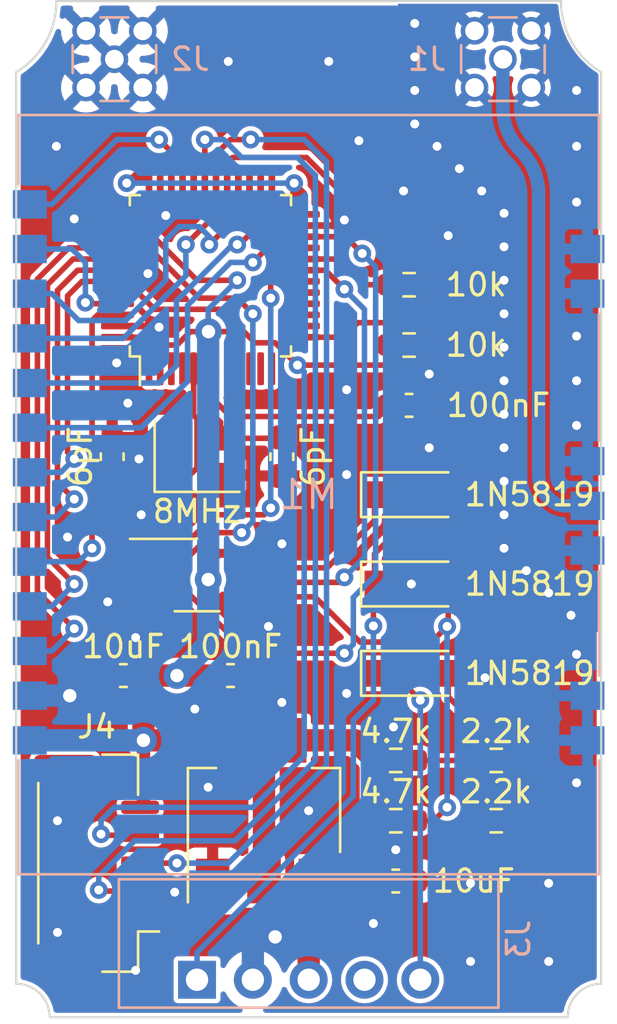
<source format=kicad_pcb>
(kicad_pcb (version 20211014) (generator pcbnew)
  (layers (0 "F.Cu" signal) (31 "B.Cu" signal) (34 "B.Paste" user) (35 "F.Paste" user) (36 "B.SilkS" user "B.Silkscreen") (37 "F.SilkS" user "F.Silkscreen") (38 "B.Mask" user) (39 "F.Mask" user) (44 "Edge.Cuts" user))
  (net 0 "")
  (net 1 "Net-(J1-Pad1)")
  (net 2 "GND")
  (net 3 "Net-(D1-Pad2)")
  (net 4 "CE_NRF2401")
  (net 5 "CS_NRF2401")
  (net 6 "CS_CC2500")
  (net 7 "CS_CYRF6936")
  (net 8 "CS_A7105")
  (net 9 "MISO")
  (net 10 "MOSI")
  (net 11 "PE1")
  (net 12 "PE2")
  (net 13 "RST_CYRF6936")
  (net 14 "SCK")
  (net 15 "+3V3")
  (net 19 "OSCIN")
  (net 20 "OSCOUT")
  (net 21 "+5V")
  (net 22 "PPM")
  (net 23 "NRST")
  (net 32 "SPORT")
  (net 33 "Net-(D2-Pad2)")
  (net 34 "Net-(D3-Pad1)")
  (net 36 "BOOT0")
  (net 37 "TX")
  (net 42 "RX")
  (net 43 "BOOT1")
  (net 44 "PPM_OUT")
  (net 45 "SERIAL_OUT")
  (net 46 "SPORT_INV_IN")
  (net 47 "SPORT_INV_IN_EN")
  (net 48 "SPORT_INV_OUT")
  (net 49 "SPORT_INV_OUT_EN")
  (footprint "Resistor_SMD:R_0603_1608Metric_Pad0.98x0.95mm_HandSolder" (layer "F.Cu") (at 52.5 40.4)
    (fp_text reference "R1")
    (fp_text value "10k")
  )
  (footprint "Capacitor_SMD:C_0603_1608Metric_Pad1.08x0.95mm_HandSolder" (layer "F.Cu") (at 52.5 43.1)
    (fp_text reference "C6")
    (fp_text value "100nF")
  )
  (footprint "Diode_SMD:D_SOD-123" (layer "F.Cu") (at 52.6 55.1)
    (fp_text reference "D1")
    (fp_text value "1N5819")
  )
  (footprint "Capacitor_SMD:C_0603_1608Metric_Pad1.08x0.95mm_HandSolder" (layer "F.Cu") (at 51.9 64.4)
    (fp_text reference "C3")
    (fp_text value "10uF")
  )
  (footprint "Capacitor_SMD:C_0603_1608Metric_Pad1.08x0.95mm_HandSolder" (layer "F.Cu") (at 39.7 55.2 180)
    (fp_text reference "C4")
    (fp_text value "10uF")
  )
  (footprint "Capacitor_SMD:C_0603_1608Metric_Pad1.08x0.95mm_HandSolder" (layer "F.Cu") (at 44.5 55.2)
    (fp_text reference "C5")
    (fp_text value "100nF")
  )
  (footprint "Resistor_SMD:R_0603_1608Metric_Pad0.98x0.95mm_HandSolder" (layer "F.Cu") (at 51.9 59)
    (fp_text reference "R3")
    (fp_text value "4.7k")
  )
  (footprint "Resistor_SMD:R_0603_1608Metric_Pad0.98x0.95mm_HandSolder" (layer "F.Cu") (at 56.4 61.7)
    (fp_text reference "R4")
    (fp_text value "2.2k")
  )
  (footprint "Diode_SMD:D_SOD-123" (layer "F.Cu") (at 52.6 51.1)
    (fp_text reference "D2")
    (fp_text value "1N5819")
  )
  (footprint "Oscillator:Oscillator_SMD_Abracon_ASE-4Pin_3.2x2.5mm" (layer "F.Cu") (at 43 45.4)
    (fp_text reference "Y1")
    (fp_text value "8MHz")
  )
  (footprint "Package_TO_SOT_SMD:SOT-223-3_TabPin2" (layer "F.Cu") (at 46 61.25 90)
    (fp_text reference "U3")
    (fp_text value "AMS1117-3.3")
  )
  (footprint "Connector_JST:JST_GH_BM05B-GHS-TBT_1x05-1MP_P1.25mm_Vertical" (layer "F.Cu") (at 38.5 63.6 90)
    (fp_text reference "J4")
    (fp_text value "Debug")
  )
  (footprint "Capacitor_SMD:C_0603_1608Metric_Pad1.08x0.95mm_HandSolder" (layer "F.Cu") (at 39.2 45.4 -90)
    (fp_text reference "C1")
    (fp_text value "6pF")
  )
  (footprint "Package_QFP:LQFP-48_7x7mm_P0.5mm" (layer "F.Cu") (at 43.6 37.3 90)
    (fp_text reference "U2")
    (fp_text value "STM32F103CBTx")
  )
  (footprint "Resistor_SMD:R_0603_1608Metric_Pad0.98x0.95mm_HandSolder" (layer "F.Cu") (at 52.5 37.7)
    (fp_text reference "R2")
    (fp_text value "10k")
  )
  (footprint "Diode_SMD:D_SOD-123" (layer "F.Cu") (at 52.6 47.1)
    (fp_text reference "D3")
    (fp_text value "1N5819")
  )
  (footprint "Package_SO:VSSOP-8_3.0x3.0mm_P0.65mm" (layer "F.Cu") (at 43 50.7)
    (fp_text reference "U1")
    (fp_text value "74LVC2G86")
  )
  (footprint "Resistor_SMD:R_0603_1608Metric_Pad0.98x0.95mm_HandSolder" (layer "F.Cu") (at 56.4 59)
    (fp_text reference "R5")
    (fp_text value "2.2k")
  )
  (footprint "Capacitor_SMD:C_0603_1608Metric_Pad1.08x0.95mm_HandSolder" (layer "F.Cu") (at 46.8 45.4 -90)
    (fp_text reference "C2")
    (fp_text value "6pF")
  )
  (footprint "Resistor_SMD:R_0603_1608Metric_Pad0.98x0.95mm_HandSolder" (layer "F.Cu") (at 51.9 61.7)
    (fp_text reference "R6")
    (fp_text value "4.7k")
  )
  (footprint "Multi:DS-B01F-A-S2" (layer "B.Cu") (at 43 68.82 -90)
    (fp_text reference "J3")
    (fp_text value "PL18")
  )
  (footprint "Connector_Coaxial:MMCX_Molex_73415-1471_Vertical" (layer "B.Cu") (at 39.3 27.6 180)
    (fp_text reference "J2")
    (fp_text value "Conn_Coaxial")
  )
  (footprint "Multi:MULTIRF4IN1-SMT" (layer "B.Cu") (at 48 47.1 180)
    (fp_text reference "M1")
    (fp_text value "MULTIRF4IN1SMT")
  )
  (footprint "Connector_Coaxial:MMCX_Molex_73415-1471_Vertical" (layer "B.Cu") (at 56.7 27.6 180)
    (fp_text reference "J1")
    (fp_text value "Conn_Coaxial")
  )
  (gr_arc (start 61.1 28.181463) (mid 59.781192 26.827683) (end 59.3 25) (layer "Edge.Cuts") (width 0.1))
  (gr_line (start 34.9 69) (end 34.9 28.181463) (layer "Edge.Cuts") (width 0.1))
  (gr_arc (start 34.9 69) (mid 35.96066 69.43934) (end 36.4 70.5) (layer "Edge.Cuts") (width 0.1))
  (gr_arc (start 36.7 25) (mid 36.218808 26.827684) (end 34.9 28.181463) (layer "Edge.Cuts") (width 0.1))
  (gr_line (start 61.1 28.181463) (end 61.1 69) (layer "Edge.Cuts") (width 0.1))
  (gr_arc (start 59.6 70.5) (mid 60.03934 69.43934) (end 61.1 69) (layer "Edge.Cuts") (width 0.1))
  (gr_line (start 59.6 70.5) (end 36.4 70.5) (layer "Edge.Cuts") (width 0.1))
  (gr_line (start 36.7 25) (end 59.3 25) (layer "Edge.Cuts") (width 0.1))
  (segment (start 58.3 46.234315) (end 58.3 33.63137) (width 0.603595) (layer "B.Cu") (net 1))
  (segment (start 60.49 47.6) (end 59.524264 47.6) (width 0.603595) (layer "B.Cu") (net 1))
  (segment (start 58.8 47.3) (end 58.7 47.2) (width 0.603595) (layer "B.Cu") (net 1))
  (segment (start 56.7 29.76863) (end 56.7 27.6) (width 0.603595) (layer "B.Cu") (net 1))
  (arc (start 58.3 33.63137) (mid 58.092087 32.58612) (end 57.5 31.7) (width 0.603595) (layer "B.Cu") (net 1))
  (arc (start 57.5 31.7) (mid 56.907913 30.81388) (end 56.7 29.76863) (width 0.603595) (layer "B.Cu") (net 1))
  (arc (start 59.524264 47.6) (mid 59.132295 47.522033) (end 58.8 47.3) (width 0.603595) (layer "B.Cu") (net 1))
  (arc (start 58.7 47.2) (mid 58.403956 46.75694) (end 58.3 46.234315) (width 0.603595) (layer "B.Cu") (net 1))
  (via (at 58.75 51.5) (size 0.8) (drill 0.4) (layers "F.Cu" "B.Cu") (net 2))
  (via (at 40.4 45.5) (size 0.8) (drill 0.4) (layers "F.Cu" "B.Cu") (net 2))
  (via (at 46.5 66.9) (size 1.2) (drill 0.6) (layers "F.Cu" "B.Cu") (net 2))
  (via (at 39 51.9) (size 0.8) (drill 0.4) (layers "F.Cu" "B.Cu") (net 2))
  (via (at 56.75 49.5) (size 0.8) (drill 0.4) (layers "F.Cu" "B.Cu") (net 2))
  (via (at 50.25 31.25) (size 0.8) (drill 0.4) (layers "F.Cu" "B.Cu") (net 2))
  (via (at 41.3 39.6) (size 0.8) (drill 0.4) (layers "F.Cu" "B.Cu") (net 2))
  (via (at 53.4 41.7) (size 0.8) (drill 0.4) (layers "F.Cu" "B.Cu") (net 2))
  (via (at 49.7 56) (size 0.8) (drill 0.4) (layers "F.Cu" "B.Cu") (net 2))
  (via (at 54.75 32.5) (size 0.8) (drill 0.4) (layers "F.Cu" "B.Cu") (net 2))
  (via (at 37.5 34.75) (size 0.8) (drill 0.4) (layers "F.Cu" "B.Cu") (net 2))
  (via (at 52.75 30.5) (size 0.8) (drill 0.4) (layers "F.Cu" "B.Cu") (net 2))
  (via (at 55.25 68) (size 0.8) (drill 0.4) (layers "F.Cu" "B.Cu") (net 2))
  (via (at 56.75 48) (size 0.8) (drill 0.4) (layers "F.Cu" "B.Cu") (net 2))
  (via (at 51.9 63) (size 0.8) (drill 0.4) (layers "F.Cu" "B.Cu") (net 2))
  (via (at 56.75 45) (size 0.8) (drill 0.4) (layers "F.Cu" "B.Cu") (net 2))
  (via (at 46.2 53) (size 0.8) (drill 0.4) (layers "F.Cu" "B.Cu") (net 2))
  (via (at 56.75 34.5) (size 0.8) (drill 0.4) (layers "F.Cu" "B.Cu") (net 2))
  (via (at 56.75 40.5) (size 0.8) (drill 0.4) (layers "F.Cu" "B.Cu") (net 2))
  (via (at 36.75 61.7) (size 0.8) (drill 0.4) (layers "F.Cu" "B.Cu") (net 2))
  (via (at 40.8 37.2) (size 0.8) (drill 0.4) (layers "F.Cu" "B.Cu") (net 2))
  (via (at 60 60) (size 0.8) (drill 0.4) (layers "F.Cu" "B.Cu") (net 2))
  (via (at 52.75 26) (size 0.8) (drill 0.4) (layers "F.Cu" "B.Cu") (net 2))
  (via (at 48 61.25) (size 0.8) (drill 0.4) (layers "F.Cu" "B.Cu") (net 2))
  (via (at 53.75 31.5) (size 0.8) (drill 0.4) (layers "F.Cu" "B.Cu") (net 2))
  (via (at 39.9 43) (size 0.8) (drill 0.4) (layers "F.Cu" "B.Cu") (net 2))
  (via (at 48.9 27.7) (size 0.8) (drill 0.4) (layers "F.Cu" "B.Cu") (net 2))
  (via (at 54.25 35.5) (size 0.8) (drill 0.4) (layers "F.Cu" "B.Cu") (net 2))
  (via (at 52.6 51.1) (size 0.8) (drill 0.4) (layers "F.Cu" "B.Cu") (net 2))
  (via (at 58.75 68) (size 0.8) (drill 0.4) (layers "F.Cu" "B.Cu") (net 2))
  (via (at 57.75 50.5) (size 0.8) (drill 0.4) (layers "F.Cu" "B.Cu") (net 2))
  (via (at 52.75 29) (size 0.8) (drill 0.4) (layers "F.Cu" "B.Cu") (net 2))
  (via (at 51.8 57.5) (size 0.8) (drill 0.4) (layers "F.Cu" "B.Cu") (net 2))
  (via (at 60 34) (size 0.8) (drill 0.4) (layers "F.Cu" "B.Cu") (net 2))
  (via (at 56.75 43.5) (size 0.8) (drill 0.4) (layers "F.Cu" "B.Cu") (net 2))
  (via (at 43.5 60.2) (size 0.8) (drill 0.4) (layers "F.Cu" "B.Cu") (net 2))
  (via (at 58.75 64.5) (size 0.8) (drill 0.4) (layers "F.Cu" "B.Cu") (net 2))
  (via (at 49.7 42.4) (size 0.8) (drill 0.4) (layers "F.Cu" "B.Cu") (net 2))
  (via (at 52.25 33.5) (size 0.8) (drill 0.4) (layers "F.Cu" "B.Cu") (net 2))
  (via (at 37.3 56.1) (size 1.2) (drill 0.6) (layers "F.Cu" "B.Cu") (net 2))
  (via (at 60 31.5) (size 0.8) (drill 0.4) (layers "F.Cu" "B.Cu") (net 2))
  (via (at 46.8 49.3) (size 0.8) (drill 0.4) (layers "F.Cu" "B.Cu") (net 2))
  (via (at 40.25 68.4) (size 0.8) (drill 0.4) (layers "F.Cu" "B.Cu") (net 2))
  (via (at 56.75 42) (size 0.8) (drill 0.4) (layers "F.Cu" "B.Cu") (net 2))
  (via (at 55.9 55.3) (size 0.8) (drill 0.4) (layers "F.Cu" "B.Cu") (net 2))
  (via (at 60 44) (size 0.8) (drill 0.4) (layers "F.Cu" "B.Cu") (net 2))
  (via (at 52.75 27.5) (size 0.8) (drill 0.4) (layers "F.Cu" "B.Cu") (net 2))
  (via (at 41.6 34.6) (size 0.8) (drill 0.4) (layers "F.Cu" "B.Cu") (net 2))
  (via (at 53.4 45) (size 0.8) (drill 0.4) (layers "F.Cu" "B.Cu") (net 2))
  (via (at 55.25 64.5) (size 0.8) (drill 0.4) (layers "F.Cu" "B.Cu") (net 2))
  (via (at 56.75 39) (size 0.8) (drill 0.4) (layers "F.Cu" "B.Cu") (net 2))
  (via (at 60 42) (size 0.8) (drill 0.4) (layers "F.Cu" "B.Cu") (net 2))
  (via (at 60 40) (size 0.8) (drill 0.4) (layers "F.Cu" "B.Cu") (net 2))
  (via (at 56.75 46.5) (size 0.8) (drill 0.4) (layers "F.Cu" "B.Cu") (net 2))
  (via (at 40.25 53.5) (size 0.8) (drill 0.4) (layers "F.Cu" "B.Cu") (net 2))
  (via (at 42.9 56.7) (size 0.8) (drill 0.4) (layers "F.Cu" "B.Cu") (net 2))
  (via (at 50.9 66.3) (size 0.8) (drill 0.4) (layers "F.Cu" "B.Cu") (net 2))
  (via (at 36.7 31.5) (size 0.8) (drill 0.4) (layers "F.Cu" "B.Cu") (net 2))
  (via (at 56.75 37.5) (size 0.8) (drill 0.4) (layers "F.Cu" "B.Cu") (net 2))
  (via (at 36.75 66.7) (size 0.8) (drill 0.4) (layers "F.Cu" "B.Cu") (net 2))
  (via (at 49.6 34.8) (size 0.8) (drill 0.4) (layers "F.Cu" "B.Cu") (net 2))
  (via (at 60 29) (size 0.8) (drill 0.4) (layers "F.Cu" "B.Cu") (net 2))
  (via (at 37.2 49) (size 0.8) (drill 0.4) (layers "F.Cu" "B.Cu") (net 2))
  (via (at 44.4 27.7) (size 0.8) (drill 0.4) (layers "F.Cu" "B.Cu") (net 2))
  (via (at 39.4 41.2) (size 0.8) (drill 0.4) (layers "F.Cu" "B.Cu") (net 2))
  (via (at 40.5 48) (size 0.8) (drill 0.4) (layers "F.Cu" "B.Cu") (net 2))
  (via (at 60 54.25) (size 0.8) (drill 0.4) (layers "F.Cu" "B.Cu") (net 2))
  (via (at 49.7 46.2) (size 0.8) (drill 0.4) (layers "F.Cu" "B.Cu") (net 2))
  (via (at 46.8 56.4) (size 0.8) (drill 0.4) (layers "F.Cu" "B.Cu") (net 2))
  (via (at 55.75 33.5) (size 0.8) (drill 0.4) (layers "F.Cu" "B.Cu") (net 2))
  (via (at 56.75 36) (size 0.8) (drill 0.4) (layers "F.Cu" "B.Cu") (net 2))
  (via (at 42 64.9) (size 0.8) (drill 0.4) (layers "F.Cu" "B.Cu") (net 2))
  (via (at 59.75 52.5) (size 0.8) (drill 0.4) (layers "F.Cu" "B.Cu") (net 2))
  (segment (start 45.5 68.82) (end 45.5 66.9) (width 1) (layer "B.Cu") (net 2))
  (segment (start 45.5 66.9) (end 46.5 66.9) (width 1) (layer "B.Cu") (net 2))
  (segment (start 35.51 56.1) (end 37.3 56.1) (width 1) (layer "B.Cu") (net 2))
  (segment (start 54.25 55.1) (end 54.25 56.15) (width 0.25) (layer "F.Cu") (net 3))
  (segment (start 55.4875 59) (end 55.4875 61.7) (width 0.25) (layer "F.Cu") (net 3))
  (segment (start 55.4875 57.3875) (end 55.4875 59) (width 0.25) (layer "F.Cu") (net 3))
  (segment (start 54.25 56.15) (end 55.4875 57.3875) (width 0.25) (layer "F.Cu") (net 3))
  (segment (start 55.4875 59) (end 52.8125 59) (width 0.25) (layer "F.Cu") (net 3))
  (segment (start 41.3 31.2) (end 41.85 31.75) (width 0.25) (layer "F.Cu") (net 4))
  (segment (start 41.85 31.75) (end 41.85 33.1375) (width 0.25) (layer "F.Cu") (net 4))
  (via (at 41.3 31.2) (size 0.8) (drill 0.4) (layers "F.Cu" "B.Cu") (net 4))
  (segment (start 41.3 31.2) (end 39.4 31.2) (width 0.25) (layer "B.Cu") (net 4))
  (segment (start 36.5 34.1) (end 35.51 34.1) (width 0.25) (layer "B.Cu") (net 4))
  (segment (start 39.4 31.2) (end 36.5 34.1) (width 0.25) (layer "B.Cu") (net 4))
  (segment (start 37.2 38.2) (end 37.85 37.55) (width 0.25) (layer "F.Cu") (net 5))
  (segment (start 37.2 45.2) (end 37.2 38.2) (width 0.25) (layer "F.Cu") (net 5))
  (segment (start 37.5 45.5) (end 37.2 45.2) (width 0.25) (layer "F.Cu") (net 5))
  (segment (start 37.85 37.55) (end 39.4375 37.55) (width 0.25) (layer "F.Cu") (net 5))
  (via (at 37.5 45.5) (size 0.8) (drill 0.4) (layers "F.Cu" "B.Cu") (net 5))
  (segment (start 35.51 46.1) (end 36.9 46.1) (width 0.25) (layer "B.Cu") (net 5))
  (segment (start 37.5 45.5) (end 36.9 46.1) (width 0.25) (layer "B.Cu") (net 5))
  (segment (start 37.65 37.05) (end 39.4375 37.05) (width 0.25) (layer "F.Cu") (net 6))
  (segment (start 37.5 47.3) (end 36.75 46.55) (width 0.25) (layer "F.Cu") (net 6))
  (segment (start 36.75 46.55) (end 36.75 37.95) (width 0.25) (layer "F.Cu") (net 6))
  (segment (start 36.75 37.95) (end 37.65 37.05) (width 0.25) (layer "F.Cu") (net 6))
  (via (at 37.5 47.3) (size 0.8) (drill 0.4) (layers "F.Cu" "B.Cu") (net 6))
  (segment (start 35.51 48.1) (end 36.7 48.1) (width 0.25) (layer "B.Cu") (net 6))
  (segment (start 37.5 47.3) (end 36.7 48.1) (width 0.25) (layer "B.Cu") (net 6))
  (segment (start 46.35 35.85) (end 46.35 33.1375) (width 0.25) (layer "F.Cu") (net 7))
  (segment (start 45.5 36.7) (end 46.35 35.85) (width 0.25) (layer "F.Cu") (net 7))
  (via (at 45.5 36.7) (size 0.8) (drill 0.4) (layers "F.Cu" "B.Cu") (net 7))
  (segment (start 42.575 42.025) (end 40.5 44.1) (width 0.25) (layer "B.Cu") (net 7))
  (segment (start 44.5 36.7) (end 42.575 38.625) (width 0.25) (layer "B.Cu") (net 7))
  (segment (start 42.575 38.625) (end 42.575 42.025) (width 0.25) (layer "B.Cu") (net 7))
  (segment (start 35.51 44.1) (end 40.5 44.1) (width 0.25) (layer "B.Cu") (net 7))
  (segment (start 45.5 36.7) (end 44.5 36.7) (width 0.25) (layer "B.Cu") (net 7))
  (segment (start 38.55 39.05) (end 39.4375 39.05) (width 0.25) (layer "F.Cu") (net 8))
  (segment (start 38.3 49.5) (end 38.3 39.3) (width 0.25) (layer "F.Cu") (net 8))
  (segment (start 38.3 39.3) (end 38.55 39.05) (width 0.25) (layer "F.Cu") (net 8))
  (via (at 38.3 49.5) (size 0.8) (drill 0.4) (layers "F.Cu" "B.Cu") (net 8))
  (segment (start 38.3 49.5) (end 37.7 50.1) (width 0.25) (layer "B.Cu") (net 8))
  (segment (start 35.51 50.1) (end 37.7 50.1) (width 0.25) (layer "B.Cu") (net 8))
  (segment (start 43.55 35.9) (end 44.35 35.1) (width 0.25) (layer "F.Cu") (net 9))
  (segment (start 45.35 34.55) (end 45.35 33.1375) (width 0.25) (layer "F.Cu") (net 9))
  (segment (start 44.8 35.1) (end 45.35 34.55) (width 0.25) (layer "F.Cu") (net 9))
  (segment (start 44.35 35.1) (end 44.8 35.1) (width 0.25) (layer "F.Cu") (net 9))
  (via (at 43.55 35.9) (size 0.8) (drill 0.4) (layers "F.Cu" "B.Cu") (net 9))
  (segment (start 41.6 37.5) (end 39.8 39.3) (width 0.25) (layer "B.Cu") (net 9))
  (segment (start 43.55 35.9) (end 43.55 35.55) (width 0.25) (layer "B.Cu") (net 9))
  (segment (start 39.8 39.3) (end 37.7 39.3) (width 0.25) (layer "B.Cu") (net 9))
  (segment (start 37.7 39.3) (end 36.5 38.1) (width 0.25) (layer "B.Cu") (net 9))
  (segment (start 43.55 35.55) (end 43.1 35.1) (width 0.25) (layer "B.Cu") (net 9))
  (segment (start 43.1 35.1) (end 42.2 35.1) (width 0.25) (layer "B.Cu") (net 9))
  (segment (start 42.2 35.1) (end 41.6 35.7) (width 0.25) (layer "B.Cu") (net 9))
  (segment (start 41.6 35.7) (end 41.6 37.5) (width 0.25) (layer "B.Cu") (net 9))
  (segment (start 36.5 38.1) (end 35.51 38.1) (width 0.25) (layer "B.Cu") (net 9))
  (segment (start 43.8 34.6) (end 44.45 34.6) (width 0.25) (layer "F.Cu") (net 10))
  (segment (start 42.5 35.9) (end 43.8 34.6) (width 0.25) (layer "F.Cu") (net 10))
  (segment (start 44.45 34.6) (end 44.85 34.2) (width 0.25) (layer "F.Cu") (net 10))
  (segment (start 44.85 34.2) (end 44.85 33.1375) (width 0.25) (layer "F.Cu") (net 10))
  (via (at 42.5 35.9) (size 0.8) (drill 0.4) (layers "F.Cu" "B.Cu") (net 10))
  (segment (start 42.5 35.9) (end 42.5 37.3) (width 0.25) (layer "B.Cu") (net 10))
  (segment (start 39.7 40.1) (end 35.51 40.1) (width 0.25) (layer "B.Cu") (net 10))
  (segment (start 42.5 37.3) (end 39.7 40.1) (width 0.25) (layer "B.Cu") (net 10))
  (segment (start 37.5 53.1) (end 35.85 51.45) (width 0.25) (layer "F.Cu") (net 11))
  (segment (start 37.25 36.05) (end 39.4375 36.05) (width 0.25) (layer "F.Cu") (net 11))
  (segment (start 35.85 37.45) (end 37.25 36.05) (width 0.25) (layer "F.Cu") (net 11))
  (segment (start 35.85 51.45) (end 35.85 37.45) (width 0.25) (layer "F.Cu") (net 11))
  (via (at 37.5 53.1) (size 0.8) (drill 0.4) (layers "F.Cu" "B.Cu") (net 11))
  (segment (start 37.5 53.1) (end 36.5 54.1) (width 0.25) (layer "B.Cu") (net 11))
  (segment (start 35.51 54.1) (end 36.5 54.1) (width 0.25) (layer "B.Cu") (net 11))
  (segment (start 37.5 51.1) (end 36.3 49.9) (width 0.25) (layer "F.Cu") (net 12))
  (segment (start 37.45 36.55) (end 39.4375 36.55) (width 0.25) (layer "F.Cu") (net 12))
  (segment (start 36.3 37.7) (end 37.45 36.55) (width 0.25) (layer "F.Cu") (net 12))
  (segment (start 36.3 49.9) (end 36.3 37.7) (width 0.25) (layer "F.Cu") (net 12))
  (via (at 37.5 51.1) (size 0.8) (drill 0.4) (layers "F.Cu" "B.Cu") (net 12))
  (segment (start 35.51 52.1) (end 36.5 52.1) (width 0.25) (layer "B.Cu") (net 12))
  (segment (start 37.5 51.1) (end 36.5 52.1) (width 0.25) (layer "B.Cu") (net 12))
  (segment (start 38.05 38.55) (end 39.4375 38.55) (width 0.25) (layer "F.Cu") (net 13))
  (segment (start 38 38.5) (end 38.05 38.55) (width 0.25) (layer "F.Cu") (net 13))
  (via (at 38 38.5) (size 0.8) (drill 0.4) (layers "F.Cu" "B.Cu") (net 13))
  (segment (start 37.4 36.1) (end 35.51 36.1) (width 0.25) (layer "B.Cu") (net 13))
  (segment (start 38 38.5) (end 38 36.7) (width 0.25) (layer "B.Cu") (net 13))
  (segment (start 38 36.7) (end 37.4 36.1) (width 0.25) (layer "B.Cu") (net 13))
  (segment (start 44.9 35.9) (end 45.85 34.95) (width 0.25) (layer "F.Cu") (net 14))
  (segment (start 45.85 34.95) (end 45.85 33.1375) (width 0.25) (layer "F.Cu") (net 14))
  (segment (start 44.8 35.9) (end 44.9 35.9) (width 0.25) (layer "F.Cu") (net 14))
  (via (at 44.8 35.9) (size 0.8) (drill 0.4) (layers "F.Cu" "B.Cu") (net 14))
  (segment (start 42.075 38.425) (end 42.075 41.325) (width 0.25) (layer "B.Cu") (net 14))
  (segment (start 41.3 42.1) (end 35.51 42.1) (width 0.25) (layer "B.Cu") (net 14))
  (segment (start 42.075 41.325) (end 41.3 42.1) (width 0.25) (layer "B.Cu") (net 14))
  (segment (start 44.6 35.9) (end 42.075 38.425) (width 0.25) (layer "B.Cu") (net 14))
  (segment (start 44.8 35.9) (end 44.6 35.9) (width 0.25) (layer "B.Cu") (net 14))
  (segment (start 44.85 40.25) (end 44.85 41.4625) (width 0.25) (layer "F.Cu") (net 15))
  (segment (start 47.8 33.7) (end 47.8 34.4) (width 0.25) (layer "F.Cu") (net 15))
  (segment (start 43.511998 39.7995) (end 44.3995 39.7995) (width 0.25) (layer "F.Cu") (net 15))
  (segment (start 40.6 58.1) (end 40.6 55.2375) (width 1) (layer "F.Cu") (net 15))
  (segment (start 40.85 35.35) (end 40.85 33.1375) (width 0.25) (layer "F.Cu") (net 15))
  (segment (start 40.1 32.9) (end 40.7 32.9) (width 0.25) (layer "F.Cu") (net 15))
  (segment (start 40.5625 58.0375) (end 40.5 58.1) (width 1) (layer "F.Cu") (net 15))
  (segment (start 40.6 55.2375) (end 40.5625 55.2) (width 1) (layer "F.Cu") (net 15))
  (segment (start 46 58.1) (end 50.0875 58.1) (width 1) (layer "F.Cu") (net 15))
  (segment (start 40.85 33.1375) (end 39.8625 33.1375) (width 0.25) (layer "F.Cu") (net 15))
  (segment (start 42.1 40.4) (end 42.7005 39.7995) (width 0.25) (layer "F.Cu") (net 15))
  (segment (start 46 58.1) (end 46 64.4) (width 1) (layer "F.Cu") (net 15))
  (segment (start 50.9875 59) (end 50.9875 61.7) (width 1) (layer "F.Cu") (net 15))
  (segment (start 39.85 33.15) (end 40.3 32.7) (width 0.25) (layer "F.Cu") (net 15))
  (segment (start 40.6 58.1) (end 40.6 60.95) (width 0.6) (layer "F.Cu") (net 15))
  (segment (start 47.35 33.15) (end 47.6 33.4) (width 0.25) (layer "F.Cu") (net 15))
  (segment (start 40.45 40.05) (end 39.4375 40.05) (width 0.25) (layer "F.Cu") (net 15))
  (segment (start 44.3995 39.7995) (end 44.85 40.25) (width 0.25) (layer "F.Cu") (net 15))
  (segment (start 40.3 32.7) (end 40.7 32.7) (width 0.25) (layer "F.Cu") (net 15))
  (segment (start 43.975 49.725) (end 45.2 49.725) (width 0.4) (layer "F.Cu") (net 15))
  (segment (start 47.5 33.5) (end 47.5 34.4) (width 0.25) (layer "F.Cu") (net 15))
  (segment (start 39.8625 33.1375) (end 39.85 33.15) (width 0.25) (layer "F.Cu") (net 15))
  (segment (start 42.7005 39.7995) (end 43.511998 39.7995) (width 0.25) (layer "F.Cu") (net 15))
  (segment (start 47.35 33.15) (end 47.8 33.6) (width 0.25) (layer "F.Cu") (net 15))
  (segment (start 40.85 40.45) (end 40.9 40.4) (width 0.25) (layer "F.Cu") (net 15))
  (segment (start 47.3 33.2) (end 47.3 34.4) (width 0.25) (layer "F.Cu") (net 15))
  (segment (start 43.5 50.2) (end 43.975 49.725) (width 0.4) (layer "F.Cu") (net 15))
  (segment (start 40.6 60.95) (end 40.45 61.1) (width 0.6) (layer "F.Cu") (net 15))
  (segment (start 47.8 33.6) (end 47.8 33.7) (width 0.25) (layer "F.Cu") (net 15))
  (segment (start 40.5 58.1) (end 40.6 58.1) (width 1) (layer "F.Cu") (net 15))
  (segment (start 47.35 33.15) (end 47.3 33.2) (width 0.25) (layer "F.Cu") (net 15))
  (segment (start 40.5625 55.2) (end 43.6375 55.2) (width 1) (layer "F.Cu") (net 15))
  (segment (start 47.6 33.4) (end 47.6 34.3875) (width 0.25) (layer "F.Cu") (net 15))
  (segment (start 40.85 41.4625) (end 40.85 40.45) (width 0.25) (layer "F.Cu") (net 15))
  (segment (start 47.5 33.3) (end 47.5 33.5) (width 0.25) (layer "F.Cu") (net 15))
  (segment (start 40.5 58.1) (end 46 58.1) (width 1) (layer "F.Cu") (net 15))
  (segment (start 39.85 33.15) (end 40.1 32.9) (width 0.25) (layer "F.Cu") (net 15))
  (segment (start 40.9 40.4) (end 42.1 40.4) (width 0.25) (layer "F.Cu") (net 15))
  (segment (start 43.5 50.9) (end 43.5 50.2) (width 0.4) (layer "F.Cu") (net 15))
  (segment (start 43 37.5) (end 40.85 35.35) (width 0.25) (layer "F.Cu") (net 15))
  (segment (start 47.35 33.15) (end 47.5 33.3) (width 0.25) (layer "F.Cu") (net 15))
  (segment (start 40.45 40.05) (end 40.85 40.45) (width 0.25) (layer "F.Cu") (net 15))
  (segment (start 44.8 37.5) (end 43 37.5) (width 0.25) (layer "F.Cu") (net 15))
  (segment (start 47.6 34.3875) (end 47.7625 34.55) (width 0.25) (layer "F.Cu") (net 15))
  (segment (start 50.0875 58.1) (end 50.9875 59) (width 1) (layer "F.Cu") (net 15))
  (via (at 43.5 50.9) (size 1.2) (drill 0.6) (layers "F.Cu" "B.Cu") (net 15))
  (via (at 40.6 58.1) (size 1.2) (drill 0.6) (layers "F.Cu" "B.Cu") (net 15))
  (via (at 47.35 33.15) (size 0.8) (drill 0.4) (layers "F.Cu" "B.Cu") (net 15))
  (via (at 43.511998 39.7995) (size 1.2) (drill 0.6) (layers "F.Cu" "B.Cu") (net 15))
  (via (at 39.85 33.15) (size 0.8) (drill 0.4) (layers "F.Cu" "B.Cu") (net 15))
  (via (at 44.8 37.5) (size 0.8) (drill 0.4) (layers "F.Cu" "B.Cu") (net 15))
  (via (at 42.1 55.2) (size 1.2) (drill 0.6) (layers "F.Cu" "B.Cu") (net 15))
  (segment (start 43.5 39.811498) (end 43.5 50.9) (width 1) (layer "B.Cu") (net 15))
  (segment (start 43.511998 39.7995) (end 43.5 39.811498) (width 1) (layer "B.Cu") (net 15))
  (segment (start 42.1 55.2) (end 43.5 53.8) (width 1) (layer "B.Cu") (net 15))
  (segment (start 43.5 39.787502) (end 43.511998 39.7995) (width 1) (layer "B.Cu") (net 15))
  (segment (start 39.85 33.15) (end 47.35 33.15) (width 0.25) (layer "B.Cu") (net 15))
  (segment (start 43.5 53.8) (end 43.5 50.9) (width 1) (layer "B.Cu") (net 15))
  (segment (start 44.8 37.5) (end 43.5 38.8) (width 0.25) (layer "B.Cu") (net 15))
  (segment (start 40.6 58.1) (end 35.51 58.1) (width 1) (layer "B.Cu") (net 15))
  (segment (start 43.5 38.8) (end 43.5 39.787502) (width 0.25) (layer "B.Cu") (net 15))
  (segment (start 42.675 46.225) (end 41.95 46.225) (width 0.25) (layer "F.Cu") (net 19))
  (segment (start 39.2375 46.225) (end 39.2 46.2625) (width 0.25) (layer "F.Cu") (net 19))
  (segment (start 43 45.9) (end 42.675 46.225) (width 0.25) (layer "F.Cu") (net 19))
  (segment (start 42.85 43.55) (end 43 43.7) (width 0.25) (layer "F.Cu") (net 19))
  (segment (start 43 43.7) (end 43 45.9) (width 0.25) (layer "F.Cu") (net 19))
  (segment (start 41.95 46.225) (end 39.2375 46.225) (width 0.25) (layer "F.Cu") (net 19))
  (segment (start 42.85 41.4625) (end 42.85 43.55) (width 0.25) (layer "F.Cu") (net 19))
  (segment (start 46.7625 44.575) (end 44.05 44.575) (width 0.25) (layer "F.Cu") (net 20))
  (segment (start 44.05 43.85) (end 44.05 44.575) (width 0.25) (layer "F.Cu") (net 20))
  (segment (start 46.8 44.5375) (end 46.7625 44.575) (width 0.25) (layer "F.Cu") (net 20))
  (segment (start 43.35 41.4625) (end 43.35 43.15) (width 0.25) (layer "F.Cu") (net 20))
  (segment (start 43.35 43.15) (end 44.05 43.85) (width 0.25) (layer "F.Cu") (net 20))
  (segment (start 48.3 64.4) (end 51.0375 64.4) (width 1) (layer "F.Cu") (net 21))
  (segment (start 48 67.5) (end 48 68.82) (width 1) (layer "F.Cu") (net 21))
  (segment (start 48.3 64.4) (end 48.3 67.2) (width 1) (layer "F.Cu") (net 21))
  (segment (start 48.3 67.2) (end 48 67.5) (width 1) (layer "F.Cu") (net 21))
  (segment (start 51.8 55.1) (end 50.95 55.1) (width 0.25) (layer "F.Cu") (net 22))
  (segment (start 53 56.3) (end 51.8 55.1) (width 0.25) (layer "F.Cu") (net 22))
  (via (at 53 56.3) (size 0.8) (drill 0.4) (layers "F.Cu" "B.Cu") (net 22))
  (segment (start 53 56.3) (end 53 68.82) (width 0.25) (layer "B.Cu") (net 22))
  (segment (start 43.85 42.95) (end 44.5 43.6) (width 0.25) (layer "F.Cu") (net 23))
  (segment (start 44.5 43.6) (end 51.1375 43.6) (width 0.25) (layer "F.Cu") (net 23))
  (segment (start 43.85 41.4625) (end 43.85 42.95) (width 0.25) (layer "F.Cu") (net 23))
  (segment (start 51.1375 43.6) (end 51.6375 43.1) (width 0.25) (layer "F.Cu") (net 23))
  (segment (start 50.95 49.75) (end 51.7 49) (width 0.25) (layer "F.Cu") (net 32))
  (segment (start 50.9 51.15) (end 50.95 51.1) (width 0.25) (layer "F.Cu") (net 32))
  (segment (start 54.25 48.25) (end 54.25 47.1) (width 0.25) (layer "F.Cu") (net 32))
  (segment (start 51.7 49) (end 53.5 49) (width 0.25) (layer "F.Cu") (net 32))
  (segment (start 50.9 52.9755) (end 50.9 51.15) (width 0.25) (layer "F.Cu") (net 32))
  (segment (start 53.5 49) (end 54.25 48.25) (width 0.25) (layer "F.Cu") (net 32))
  (segment (start 50.95 51.1) (end 50.95 49.75) (width 0.25) (layer "F.Cu") (net 32))
  (via (at 50.9 52.9755) (size 0.8) (drill 0.4) (layers "F.Cu" "B.Cu") (net 32))
  (segment (start 50 57.2) (end 50 60.6) (width 0.25) (layer "B.Cu") (net 32))
  (segment (start 50.9 56.3) (end 50 57.2) (width 0.25) (layer "B.Cu") (net 32))
  (segment (start 43 67.6) (end 43 68.82) (width 0.25) (layer "B.Cu") (net 32))
  (segment (start 50.9 52.9755) (end 50.9 56.3) (width 0.25) (layer "B.Cu") (net 32))
  (segment (start 50 60.6) (end 43 67.6) (width 0.25) (layer "B.Cu") (net 32))
  (segment (start 50.3 53.7) (end 48.275 51.675) (width 0.25) (layer "F.Cu") (net 33))
  (segment (start 48.275 51.675) (end 45.2 51.675) (width 0.25) (layer "F.Cu") (net 33))
  (segment (start 54.2 53) (end 54.25 52.95) (width 0.25) (layer "F.Cu") (net 33))
  (segment (start 54.2 53) (end 53.5 53.7) (width 0.25) (layer "F.Cu") (net 33))
  (segment (start 53.6 61.7) (end 52.8125 61.7) (width 0.25) (layer "F.Cu") (net 33))
  (segment (start 54.25 52.95) (end 54.25 51.1) (width 0.25) (layer "F.Cu") (net 33))
  (segment (start 53.5 53.7) (end 50.3 53.7) (width 0.25) (layer "F.Cu") (net 33))
  (segment (start 54.2 61.1) (end 53.6 61.7) (width 0.25) (layer "F.Cu") (net 33))
  (via (at 54.2 53) (size 0.8) (drill 0.4) (layers "F.Cu" "B.Cu") (net 33))
  (via (at 54.2 61.1) (size 0.8) (drill 0.4) (layers "F.Cu" "B.Cu") (net 33))
  (segment (start 54.2 61.1) (end 54.2 53) (width 0.25) (layer "B.Cu") (net 33))
  (segment (start 48.825 50.375) (end 45.2 50.375) (width 0.25) (layer "F.Cu") (net 34))
  (segment (start 50.95 47.1) (end 50.95 48.25) (width 0.25) (layer "F.Cu") (net 34))
  (segment (start 50.95 48.25) (end 48.825 50.375) (width 0.25) (layer "F.Cu") (net 34))
  (segment (start 45.6 40.3) (end 44.1 38.8) (width 0.25) (layer "F.Cu") (net 36))
  (segment (start 51.6 40.4125) (end 51.5875 40.4) (width 0.25) (layer "F.Cu") (net 36))
  (segment (start 51.6 41.05) (end 51.6 40.4125) (width 0.25) (layer "F.Cu") (net 36))
  (segment (start 47.5 41.3) (end 51.35 41.3) (width 0.25) (layer "F.Cu") (net 36))
  (segment (start 47.5 41.3) (end 46.5 40.3) (width 0.25) (layer "F.Cu") (net 36))
  (segment (start 46.5 40.3) (end 45.6 40.3) (width 0.25) (layer "F.Cu") (net 36))
  (segment (start 38.7 62.3) (end 38.75 62.35) (width 0.25) (layer "F.Cu") (net 36))
  (segment (start 51.35 41.3) (end 51.6 41.05) (width 0.25) (layer "F.Cu") (net 36))
  (segment (start 44.1 38.8) (end 41.1 38.8) (width 0.25) (layer "F.Cu") (net 36))
  (segment (start 38.75 62.35) (end 40.45 62.35) (width 0.25) (layer "F.Cu") (net 36))
  (segment (start 40.35 38.05) (end 39.4375 38.05) (width 0.25) (layer "F.Cu") (net 36))
  (segment (start 41.1 38.8) (end 40.35 38.05) (width 0.25) (layer "F.Cu") (net 36))
  (via (at 38.7 62.3) (size 0.8) (drill 0.4) (layers "F.Cu" "B.Cu") (net 36))
  (via (at 47.5 41.3) (size 0.8) (drill 0.4) (layers "F.Cu" "B.Cu") (net 36))
  (segment (start 38.7 62.3) (end 38.7 61.7) (width 0.25) (layer "B.Cu") (net 36))
  (segment (start 47.8 58.8) (end 47.8 41.6) (width 0.25) (layer "B.Cu") (net 36))
  (segment (start 38.7 61.7) (end 39.3 61.1) (width 0.25) (layer "B.Cu") (net 36))
  (segment (start 45.5 61.1) (end 47.8 58.8) (width 0.25) (layer "B.Cu") (net 36))
  (segment (start 47.8 41.6) (end 47.5 41.3) (width 0.25) (layer "B.Cu") (net 36))
  (segment (start 39.3 61.1) (end 45.5 61.1) (width 0.25) (layer "B.Cu") (net 36))
  (segment (start 45.4 31.2) (end 44.5 31.2) (width 0.25) (layer "F.Cu") (net 37))
  (segment (start 43.85 31.85) (end 43.85 33.1375) (width 0.25) (layer "F.Cu") (net 37))
  (segment (start 44.5 31.2) (end 43.85 31.85) (width 0.25) (layer "F.Cu") (net 37))
  (segment (start 42.1 63.6) (end 40.45 63.6) (width 0.25) (layer "F.Cu") (net 37))
  (via (at 45.4 31.2) (size 0.8) (drill 0.4) (layers "F.Cu" "B.Cu") (net 37))
  (via (at 42.1 63.6) (size 0.8) (drill 0.4) (layers "F.Cu" "B.Cu") (net 37))
  (segment (start 48.8 32.2) (end 47.8 31.2) (width 0.25) (layer "B.Cu") (net 37))
  (segment (start 42.1 63.6) (end 44.4 63.6) (width 0.25) (layer "B.Cu") (net 37))
  (segment (start 47.8 31.2) (end 45.4 31.2) (width 0.25) (layer "B.Cu") (net 37))
  (segment (start 44.4 63.6) (end 48.8 59.2) (width 0.25) (layer "B.Cu") (net 37))
  (segment (start 48.8 59.2) (end 48.8 32.2) (width 0.25) (layer "B.Cu") (net 37))
  (segment (start 43.35 31.2) (end 43.35 33.1375) (width 0.25) (layer "F.Cu") (net 42))
  (segment (start 38.65 64.85) (end 40.45 64.85) (width 0.25) (layer "F.Cu") (net 42))
  (segment (start 38.6 64.8) (end 38.65 64.85) (width 0.25) (layer "F.Cu") (net 42))
  (via (at 38.6 64.8) (size 0.8) (drill 0.4) (layers "F.Cu" "B.Cu") (net 42))
  (via (at 43.35 31.2) (size 0.8) (drill 0.4) (layers "F.Cu" "B.Cu") (net 42))
  (segment (start 48.3 32.8) (end 47.5 32) (width 0.25) (layer "B.Cu") (net 42))
  (segment (start 40.2 62.6) (end 44.7 62.6) (width 0.25) (layer "B.Cu") (net 42))
  (segment (start 44.2 31.2) (end 43.35 31.2) (width 0.25) (layer "B.Cu") (net 42))
  (segment (start 38.6 64.8) (end 38.6 64.2) (width 0.25) (layer "B.Cu") (net 42))
  (segment (start 38.6 64.2) (end 40.2 62.6) (width 0.25) (layer "B.Cu") (net 42))
  (segment (start 44.7 62.6) (end 48.3 59) (width 0.25) (layer "B.Cu") (net 42))
  (segment (start 47.5 32) (end 45 32) (width 0.25) (layer "B.Cu") (net 42))
  (segment (start 48.3 59) (end 48.3 32.8) (width 0.25) (layer "B.Cu") (net 42))
  (segment (start 45 32) (end 44.2 31.2) (width 0.25) (layer "B.Cu") (net 42))
  (segment (start 47.7625 36.55) (end 49.45 36.55) (width 0.25) (layer "F.Cu") (net 43))
  (segment (start 49.45 36.55) (end 50.6 37.7) (width 0.25) (layer "F.Cu") (net 43))
  (segment (start 50.6 37.7) (end 51.5875 37.7) (width 0.25) (layer "F.Cu") (net 43))
  (segment (start 52.9 38.9) (end 54.9 38.9) (width 0.25) (layer "F.Cu") (net 44))
  (segment (start 47.9 32) (end 52.5 36.6) (width 0.25) (layer "F.Cu") (net 44))
  (segment (start 52.5 36.6) (end 52.5 38.5) (width 0.25) (layer "F.Cu") (net 44))
  (segment (start 57.9 61.7) (end 57.3125 61.7) (width 0.25) (layer "F.Cu") (net 44))
  (segment (start 58.2 54.9) (end 58.2 61.4) (width 0.25) (layer "F.Cu") (net 44))
  (segment (start 54.9 38.9) (end 55.7 39.7) (width 0.25) (layer "F.Cu") (net 44))
  (segment (start 44.35 33.1375) (end 44.35 32.25) (width 0.25) (layer "F.Cu") (net 44))
  (segment (start 55.7 39.7) (end 55.7 52.4) (width 0.25) (layer "F.Cu") (net 44))
  (segment (start 58.2 61.4) (end 57.9 61.7) (width 0.25) (layer "F.Cu") (net 44))
  (segment (start 44.6 32) (end 47.9 32) (width 0.25) (layer "F.Cu") (net 44))
  (segment (start 44.35 32.25) (end 44.6 32) (width 0.25) (layer "F.Cu") (net 44))
  (segment (start 55.7 52.4) (end 58.2 54.9) (width 0.25) (layer "F.Cu") (net 44))
  (segment (start 52.5 38.5) (end 52.9 38.9) (width 0.25) (layer "F.Cu") (net 44))
  (segment (start 54.7 39.4) (end 50.2 39.4) (width 0.25) (layer "F.Cu") (net 45))
  (segment (start 50.2 39.4) (end 49.55 40.05) (width 0.25) (layer "F.Cu") (net 45))
  (segment (start 49.55 40.05) (end 47.7625 40.05) (width 0.25) (layer "F.Cu") (net 45))
  (segment (start 57.3125 54.7125) (end 55.2 52.6) (width 0.25) (layer "F.Cu") (net 45))
  (segment (start 55.2 52.6) (end 55.2 39.9) (width 0.25) (layer "F.Cu") (net 45))
  (segment (start 57.3125 59) (end 57.3125 54.7125) (width 0.25) (layer "F.Cu") (net 45))
  (segment (start 55.2 39.9) (end 54.7 39.4) (width 0.25) (layer "F.Cu") (net 45))
  (segment (start 46 48) (end 43.8 48) (width 0.25) (layer "F.Cu") (net 46))
  (segment (start 47.7625 36.05) (end 46.95 36.05) (width 0.25) (layer "F.Cu") (net 46))
  (segment (start 43.8 48) (end 42.075 49.725) (width 0.25) (layer "F.Cu") (net 46))
  (segment (start 46.3 36.7) (end 46.3 38.3) (width 0.25) (layer "F.Cu") (net 46))
  (segment (start 46.3 47.7) (end 46 48) (width 0.25) (layer "F.Cu") (net 46))
  (segment (start 42.075 49.725) (end 40.8 49.725) (width 0.25) (layer "F.Cu") (net 46))
  (segment (start 46.95 36.05) (end 46.3 36.7) (width 0.25) (layer "F.Cu") (net 46))
  (via (at 46.3 47.7) (size 0.8) (drill 0.4) (layers "F.Cu" "B.Cu") (net 46))
  (via (at 46.3 38.3) (size 0.8) (drill 0.4) (layers "F.Cu" "B.Cu") (net 46))
  (segment (start 46.3 47.7) (end 46.3 38.3) (width 0.25) (layer "B.Cu") (net 46))
  (segment (start 43.1 38.3) (end 40.35 35.55) (width 0.25) (layer "F.Cu") (net 47))
  (segment (start 44.8 38.3) (end 43.1 38.3) (width 0.25) (layer "F.Cu") (net 47))
  (segment (start 45 48.8) (end 43.7 48.8) (width 0.25) (layer "F.Cu") (net 47))
  (segment (start 42.125 50.375) (end 40.8 50.375) (width 0.25) (layer "F.Cu") (net 47))
  (segment (start 40.35 35.55) (end 39.4375 35.55) (width 0.25) (layer "F.Cu") (net 47))
  (segment (start 45.5 39) (end 44.8 38.3) (width 0.25) (layer "F.Cu") (net 47))
  (segment (start 43.7 48.8) (end 42.125 50.375) (width 0.25) (layer "F.Cu") (net 47))
  (via (at 45 48.8) (size 0.8) (drill 0.4) (layers "F.Cu" "B.Cu") (net 47))
  (via (at 45.5 39) (size 0.8) (drill 0.4) (layers "F.Cu" "B.Cu") (net 47))
  (segment (start 45 48.8) (end 45.5 48.3) (width 0.25) (layer "B.Cu") (net 47))
  (segment (start 45.5 48.3) (end 45.5 39) (width 0.25) (layer "B.Cu") (net 47))
  (segment (start 45.3 54.2) (end 42.125 51.025) (width 0.25) (layer "F.Cu") (net 48))
  (segment (start 49.6 54.2) (end 45.3 54.2) (width 0.25) (layer "F.Cu") (net 48))
  (segment (start 50.4 36.3) (end 49.65 35.55) (width 0.25) (layer "F.Cu") (net 48))
  (segment (start 42.125 51.025) (end 40.8 51.025) (width 0.25) (layer "F.Cu") (net 48))
  (segment (start 49.65 35.55) (end 47.7625 35.55) (width 0.25) (layer "F.Cu") (net 48))
  (via (at 50.4 36.3) (size 0.8) (drill 0.4) (layers "F.Cu" "B.Cu") (net 48))
  (via (at 49.6 54.2) (size 0.8) (drill 0.4) (layers "F.Cu" "B.Cu") (net 48))
  (segment (start 50 53.8) (end 50 51.7) (width 0.25) (layer "B.Cu") (net 48))
  (segment (start 51 50.7) (end 51 36.9) (width 0.25) (layer "B.Cu") (net 48))
  (segment (start 51 36.9) (end 50.4 36.3) (width 0.25) (layer "B.Cu") (net 48))
  (segment (start 50 51.7) (end 51 50.7) (width 0.25) (layer "B.Cu") (net 48))
  (segment (start 49.6 54.2) (end 50 53.8) (width 0.25) (layer "B.Cu") (net 48))
  (segment (start 49.6 37.9) (end 48.75 37.05) (width 0.25) (layer "F.Cu") (net 49))
  (segment (start 49.375 51.025) (end 45.2 51.025) (width 0.25) (layer "F.Cu") (net 49))
  (segment (start 48.75 37.05) (end 47.7625 37.05) (width 0.25) (layer "F.Cu") (net 49))
  (segment (start 49.6 50.8) (end 49.375 51.025) (width 0.25) (layer "F.Cu") (net 49))
  (via (at 49.6 37.9) (size 0.8) (drill 0.4) (layers "F.Cu" "B.Cu") (net 49))
  (via (at 49.6 50.8) (size 0.8) (drill 0.4) (layers "F.Cu" "B.Cu") (net 49))
  (segment (start 49.6 37.9) (end 50.5 38.8) (width 0.25) (layer "B.Cu") (net 49))
  (segment (start 50.5 49.9) (end 49.6 50.8) (width 0.25) (layer "B.Cu") (net 49))
  (segment (start 50.5 38.8) (end 50.5 49.9) (width 0.25) (layer "B.Cu") (net 49))
  (zone (net 2) (net_name "GND") (layer "F.Cu") (connect_pads (clearance 0.12)) (min_thickness 0.25) (fill yes (thermal_gap 0.25) (thermal_bridge_width 0.5))
    (polygon (pts (xy 61.1 53.25) (xy 59.25 53.25) (xy 56.25 50.25) (xy 56.25 35.25) (xy 52 31) (xy 52 25) (xy 61.1 25)))
  )
  (zone (net 2) (net_name "GND") (layer "F.Cu") (connect_pads (clearance 0.2)) (min_thickness 0.25) (fill yes (thermal_gap 0.5) (thermal_bridge_width 0.5))
    (polygon (pts (xy 53.5 30) (xy 57.75 34) (xy 57.75 49) (xy 61 52.25) (xy 61.1 70.5) (xy 34.9 70.5) (xy 34.9 25) (xy 53.5 25)))
  )
  (zone (net 2) (net_name "GND") (layer "B.Cu") (connect_pads (clearance 0.2)) (min_thickness 0.25) (fill yes (thermal_gap 0.5) (thermal_bridge_width 0.5))
    (polygon (pts (xy 53.5 30) (xy 57.75 34) (xy 57.75 49) (xy 61 52.25) (xy 61.1 70.5) (xy 34.9 70.5) (xy 34.9 25) (xy 53.5 25)))
  )
  (zone (net 0) (net_name "") (layer "B.Cu") (connect_pads (clearance 0)) (min_thickness 0.254)
    (keepout (tracks allowed) (vias allowed) (pads allowed) (copperpour not_allowed) (footprints allowed))
    (fill (thermal_gap 0.508) (thermal_bridge_width 0.508))
    (polygon (pts (xy 36.5 58.1) (xy 34.5 58.1) (xy 34.5 34.1) (xy 36.5 34.1)))
  )
  (zone (net 2) (net_name "GND") (layer "B.Cu") (connect_pads (clearance 0.12)) (min_thickness 0.25) (fill yes (thermal_gap 0.25) (thermal_bridge_width 0.5))
    (polygon (pts (xy 61.1 53.25) (xy 59.25 53.25) (xy 56.25 50.25) (xy 56.25 35.25) (xy 52 31) (xy 52 25) (xy 61.1 25)))
  )
)
</source>
